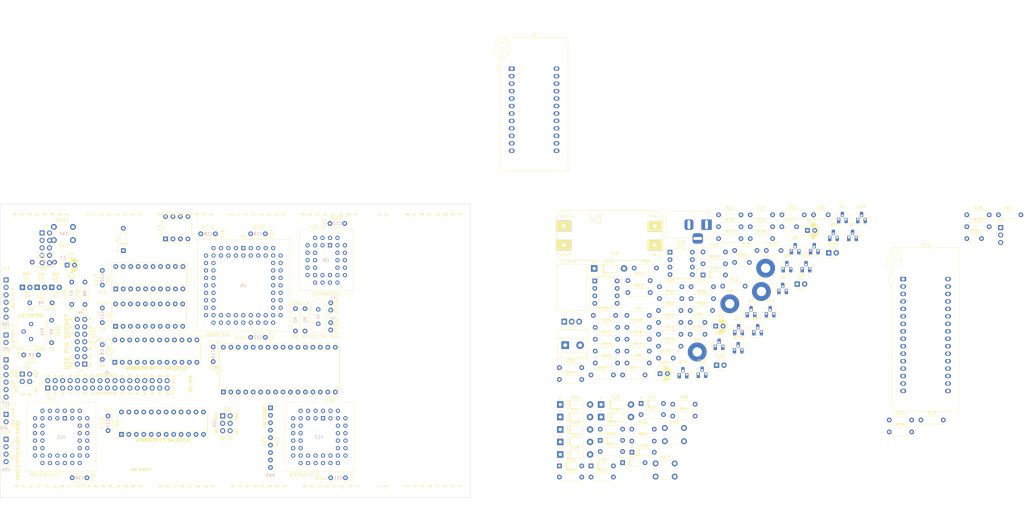
<source format=kicad_pcb>
(kicad_pcb (version 20211014) (generator pcbnew)
  (layers (0 "F.Cu" signal) (31 "B.Cu" signal) (34 "B.Paste" user) (35 "F.Paste" user) (36 "B.SilkS" user "B.Silkscreen") (37 "F.SilkS" user "F.Silkscreen") (38 "B.Mask" user) (39 "F.Mask" user) (44 "Edge.Cuts" user))
  (net 0 "")
  (net 1 "GND")
  (net 2 "Net-(C3-Pad1)")
  (net 3 "VCC")
  (net 4 "RESET")
  (net 5 "LCD-ADJ")
  (net 6 "TX-LED")
  (net 7 "Net-(D2-Pad2)")
  (net 8 "RX-LED")
  (net 9 "Net-(D3-Pad2)")
  (net 10 "/MCU_SAB80C535/XTAL1")
  (net 11 "/Power/9VDC")
  (net 12 "VIN")
  (net 13 "zVCC")
  (net 14 "VPP-OUT")
  (net 15 "VCC-OUT")
  (net 16 "zOE")
  (net 17 "Net-(U5-Pad7)")
  (net 18 "Net-(D13-Pad1)")
  (net 19 "Net-(D14-Pad1)")
  (net 20 "zA11")
  (net 21 "Net-(D15-Pad2)")
  (net 22 "zA19")
  (net 23 "Net-(D17-Pad2)")
  (net 24 "Net-(D18-Pad1)")
  (net 25 "zA17")
  (net 26 "Net-(D19-Pad2)")
  (net 27 "Net-(D20-Pad1)")
  (net 28 "Net-(D21-Pad1)")
  (net 29 "Net-(D22-Pad2)")
  (net 30 "Net-(D23-Pad2)")
  (net 31 "Net-(D24-Pad2)")
  (net 32 "Net-(D25-Pad1)")
  (net 33 "D7")
  (net 34 "D6")
  (net 35 "D5")
  (net 36 "D4")
  (net 37 "D3")
  (net 38 "D2")
  (net 39 "D1")
  (net 40 "D0")
  (net 42 "A0")
  (net 43 "A1")
  (net 44 "A5")
  (net 45 "A2")
  (net 46 "A3")
  (net 47 "A6")
  (net 48 "A7")
  (net 49 "A4")
  (net 50 "A8")
  (net 51 "A12")
  (net 52 "A10")
  (net 53 "A13")
  (net 54 "A9")
  (net 55 "~{CS-P2}")
  (net 56 "~{CS-P3}")
  (net 57 "~{CS-P1}")
  (net 58 "~{CS-P0}")
  (net 59 "~{WR}")
  (net 60 "A11")
  (net 61 "A14")
  (net 62 "A15")
  (net 63 "~{OE}")
  (net 64 "Net-(D26-Pad2)")
  (net 65 "zA13")
  (net 66 "Net-(D27-Pad2)")
  (net 67 "zA15")
  (net 68 "Net-(D28-Pad2)")
  (net 69 "Net-(D29-Pad2)")
  (net 70 "P4.6")
  (net 71 "P4.7")
  (net 72 "Net-(D30-Pad1)")
  (net 73 "zSPARE1")
  (net 74 "zSPARE0")
  (net 75 "zA0")
  (net 76 "zA1")
  (net 77 "zA2")
  (net 78 "zA3")
  (net 79 "zA4")
  (net 80 "zA5")
  (net 81 "zA6")
  (net 82 "zA7")
  (net 83 "zA8")
  (net 84 "zA9")
  (net 85 "zA10")
  (net 86 "zGND")
  (net 87 "zA12")
  (net 88 "zA14")
  (net 89 "zA16")
  (net 90 "zA18")
  (net 91 "GND32")
  (net 92 "Net-(Q1-Pad2)")
  (net 93 "Net-(Q1-Pad3)")
  (net 94 "Net-(Q2-Pad2)")
  (net 95 "Net-(Q3-Pad2)")
  (net 96 "Net-(Q4-Pad2)")
  (net 97 "Net-(Q4-Pad3)")
  (net 98 "Net-(Q5-Pad2)")
  (net 99 "Net-(Q5-Pad3)")
  (net 100 "Net-(Q6-Pad2)")
  (net 101 "Net-(Q7-Pad2)")
  (net 102 "Net-(Q8-Pad2)")
  (net 103 "Net-(Q8-Pad3)")
  (net 104 "Net-(Q9-Pad2)")
  (net 105 "Net-(Q9-Pad3)")
  (net 106 "Net-(Q10-Pad2)")
  (net 107 "Net-(Q11-Pad2)")
  (net 108 "Net-(Q12-Pad2)")
  (net 109 "Net-(Q12-Pad3)")
  (net 110 "Net-(Q13-Pad2)")
  (net 111 "Net-(Q13-Pad3)")
  (net 112 "Net-(Q14-Pad2)")
  (net 113 "Net-(Q15-Pad2)")
  (net 114 "/MCU_SAB80C535/XTAL2")
  (net 115 "VPP-2716")
  (net 116 "RD-2716")
  (net 117 "VCC-DIP24")
  (net 118 "VPP-2732")
  (net 119 "VCC-DIP28")
  (net 120 "VPP-DIP28")
  (net 121 "VCC-DIP32")
  (net 122 "VPP-DIP32")
  (net 123 "Net-(R42-Pad1)")
  (net 124 "Net-(R43-Pad1)")
  (net 125 "Net-(R44-Pad2)")
  (net 126 "Net-(R45-Pad2)")
  (net 127 "VPP-ADC")
  (net 128 "~{INT0}")
  (net 129 "~{INT1}")
  (net 130 "T1")
  (net 132 "Net-(J16-Pad3)")
  (net 133 "RxD-0")
  (net 134 "TxD-0")
  (net 137 "Net-(J17-Pad3)")
  (net 138 "RxD-1")
  (net 139 "TxD-1")
  (net 141 "Net-(R3-Pad2)")
  (net 142 "~{PE}")
  (net 143 "B15")
  (net 144 "B16")
  (net 145 "RxD")
  (net 146 "TxD")
  (net 148 "~{RD}")
  (net 149 "~{PSEN}")
  (net 151 "B17")
  (net 152 "T0")
  (net 153 "~{CS-LCD}")
  (net 154 "B18")
  (net 156 "ALE")
  (net 157 "Net-(D4-Pad2)")
  (net 158 "~{CS-PPI1}")
  (net 159 "~{CS-PPI0}")
  (net 168 "VCC-ADC")
  (net 169 "VIN-ADC")
  (net 170 "~{EA}")
  (net 172 "~{RESET}")
  (net 173 "~{CS-LATCH}")
  (net 174 "C15")
  (net 175 "C16")
  (net 176 "C17")
  (net 177 "C18")
  (net 179 "E")
  (net 182 "INPUT0")
  (net 183 "INPUT1")
  (net 184 "~{INC}")
  (net 185 "U{slash}~{D}")
  (net 186 "Net-(U17-Pad3)")
  (net 187 "~{CS-DP0}")
  (net 188 "Net-(U17-Pad5)")
  (net 189 "~{CS-DP1}")
  (net 190 "zCE")
  (net 192 "zD7")
  (net 193 "zD6")
  (net 194 "zD5")
  (net 195 "zD4")
  (net 196 "zD3")
  (net 197 "zD2")
  (net 198 "zD1")
  (net 199 "zD0")
  (net 200 "/MCU_SAB80C535/CS-LCD-WR")
  (net 201 "VOUT")
  (net 202 "LCD-PWR1")
  (net 203 "LCD-PWR2")
  (net 204 "~{CS-RAM}")
  (footprint "Resistor_THT:R_Axial_DIN0207_L6.3mm_D2.5mm_P7.62mm_Horizontal" (layer "F.Cu") (at 305.3 61.9)
    (fp_text reference "R36")
    (fp_text value "22K")
  )
  (footprint "Package_TO_SOT_THT:TO-92_HandSolder" (layer "F.Cu") (at 299.93 99.67)
    (fp_text reference "U19")
    (fp_text value "LM317L_TO92")
  )
  (footprint "Capacitor_THT:C_Disc_D3.4mm_W2.1mm_P2.50mm" (layer "F.Cu") (at 162.5 90.5 -90)
    (fp_text reference "C3")
    (fp_text value "22pF")
  )
  (footprint "Resistor_THT:R_Axial_DIN0207_L6.3mm_D2.5mm_P7.62mm_Horizontal" (layer "F.Cu") (at 352.63 123.65)
    (fp_text reference "R30")
    (fp_text value "4700")
  )
  (footprint "Connector_PinHeader_2.54mm:PinHeader_1x06_P2.54mm_Vertical" (layer "F.Cu") (at 52 75.96)
    (fp_text reference "J16")
    (fp_text value "MAIN SER")
  )
  (footprint "Diode_THT:D_DO-35_SOD27_P7.62mm_Horizontal" (layer "F.Cu") (at 268.15 118.02)
    (fp_text reference "D17")
    (fp_text value "1N4148")
  )
  (footprint "Socket:DIP_Socket-32_W11.9_W12.7_W15.24_W17.78_W18.5_3M_232-1285-00-0602J" (layer "F.Cu") (at 357.365 75.66)
    (fp_text reference "U15")
    (fp_text value "27C080")
  )
  (footprint "Resistor_THT:R_Axial_DIN0207_L6.3mm_D2.5mm_P7.62mm_Horizontal" (layer "F.Cu") (at 285.17 78.28)
    (fp_text reference "R14")
    (fp_text value "4700")
  )
  (footprint "Package_LCC:PLCC-44_THT-Socket" (layer "F.Cu") (at 72 123.045)
    (fp_text reference "U11")
    (fp_text value "82C55A_PLCC")
  )
  (footprint "Diode_THT:D_DO-35_SOD27_P7.62mm_Horizontal" (layer "F.Cu") (at 254.24 130.57)
    (fp_text reference "D28")
    (fp_text value "1N4148")
  )
  (footprint "Capacitor_THT:CP_Radial_D5.0mm_P2.50mm" (layer "F.Cu") (at 324.759775 59.1)
    (fp_text reference "C23")
    (fp_text value "10uF")
  )
  (footprint "Resistor_THT:R_Axial_DIN0207_L6.3mm_D2.5mm_P7.62mm_Horizontal" (layer "F.Cu") (at 240.33 143.07)
    (fp_text reference "R55")
    (fp_text value "2200")
  )
  (footprint "Capacitor_THT:C_Disc_D5.0mm_W2.5mm_P5.00mm" (layer "F.Cu") (at 86.725 122.25 -90)
    (fp_text reference "C17")
    (fp_text value "0.1uF")
  )
  (footprint "Connector_PinHeader_2.54mm:PinHeader_1x03_P2.54mm_Vertical" (layer "F.Cu") (at 390.55 58.15)
    (fp_text reference "J53")
    (fp_text value "GND32")
  )
  (footprint "LED_THT:LED_D3.0mm" (layer "F.Cu") (at 332.04 66.77)
    (fp_text reference "D23")
    (fp_text value "LED")
  )
  (footprint "Resistor_THT:R_Axial_DIN0207_L6.3mm_D2.5mm_P7.62mm_Horizontal" (layer "F.Cu") (at 285.17 82.33)
    (fp_text reference "R50")
    (fp_text value "10K")
  )
  (footprint "LED_THT:LED_D3.0mm" (layer "F.Cu") (at 62.56 78.5)
    (fp_text reference "D2")
    (fp_text value "LED")
  )
  (footprint "Resistor_THT:R_Axial_DIN0207_L6.3mm_D2.5mm_P7.62mm_Horizontal" (layer "F.Cu") (at 263.32 104.25)
    (fp_text reference "R5")
    (fp_text value "4700")
  )
  (footprint "Diode_THT:D_DO-41_SOD81_P10.16mm_Horizontal" (layer "F.Cu") (at 240.63 118.37)
    (fp_text reference "D25")
    (fp_text value "1N4728A")
  )
  (footprint "Resistor_THT:R_Axial_DIN0207_L6.3mm_D2.5mm_P7.62mm_Horizontal" (layer "F.Cu") (at 300 65.95)
    (fp_text reference "R48")
    (fp_text value "22K")
  )
  (footprint "Diode_THT:D_DO-41_SOD81_P10.16mm_Horizontal" (layer "F.Cu") (at 240.63 131.12)
    (fp_text reference "D14")
    (fp_text value "1N4728A")
  )
  (footprint "Capacitor_THT:C_Disc_D5.0mm_W2.5mm_P5.00mm" (layer "F.Cu") (at 284.86 94.48)
    (fp_text reference "C26")
    (fp_text value "0.1uF")
  )
  (footprint "Resistor_THT:R_Axial_DIN0207_L6.3mm_D2.5mm_P7.62mm_Horizontal" (layer "F.Cu") (at 67.5 97.31 90)
    (fp_text reference "R3")
    (fp_text value "3300")
  )
  (footprint "Resistor_THT:R_Axial_DIN0207_L6.3mm_D2.5mm_P7.62mm_Horizontal" (layer "F.Cu") (at 295.94 78.08)
    (fp_text reference "R13")
    (fp_text value "4700")
  )
  (footprint "Capacitor_THT:C_Disc_D5.0mm_W2.5mm_P5.00mm" (layer "F.Cu") (at 326.84 53.8)
    (fp_text reference "C25")
    (fp_text value "0.1uF")
  )
  (footprint "LED_THT:LED_D3.0mm" (layer "F.Cu") (at 67.56 78.5)
    (fp_text reference "D3")
    (fp_text value "LED")
  )
  (footprint "Resistor_THT:R_Axial_DIN0207_L6.3mm_D2.5mm_P7.62mm_Horizontal" (layer "F.Cu") (at 289.23 66.43)
    (fp_text reference "R43")
    (fp_text value "100K")
  )
  (footprint "Resistor_THT:R_Axial_DIN0207_L6.3mm_D2.5mm_P7.62mm_Horizontal" (layer "F.Cu") (at 254.24 126.77)
    (fp_text reference "R59")
    (fp_text value "10K")
  )
  (footprint "Package_TO_SOT_THT:TO-92_HandSolder" (layer "F.Cu") (at 341.91 55.35)
    (fp_text reference "U20")
    (fp_text value "LM317L_TO92")
  )
  (footprint "Resistor_THT:R_Axial_DIN0207_L6.3mm_D2.5mm_P7.62mm_Horizontal" (layer "F.Cu") (at 74.35 76.69 -90)
    (fp_text reference "R7")
    (fp_text value "220")
  )
  (footprint "Package_TO_SOT_THT:TO-92_HandSolder" (layer "F.Cu") (at 338.86 61.46)
    (fp_text reference "Q1")
    (fp_text value "2N3904")
  )
  (footprint "Diode_THT:D_DO-41_SOD81_P10.16mm_Horizontal" (layer "F.Cu") (at 254.54 118.37)
    (fp_text reference "D20")
    (fp_text value "1N4728A")
  )
  (footprint "Package_TO_SOT_THT:TO-92_HandSolder" (layer "F.Cu") (at 293.42 98.53)
    (fp_text reference "Q13")
    (fp_text value "2N3904")
  )
  (footprint "Button_Switch_THT:SW_PUSH_6mm" (layer "F.Cu") (at 273.09 138.42)
    (fp_text reference "SW3")
    (fp_text value "INPUT1")
  )
  (footprint "Resistor_THT:R_Axial_DIN0207_L6.3mm_D2.5mm_P7.62mm_Horizontal" (layer "F.Cu") (at 274.09 90.43)
    (fp_text reference "R51")
    (fp_text value "8200")
  )
  (footprint "Capacitor_THT:C_Disc_D5.0mm_W2.5mm_P5.00mm" (layer "F.Cu") (at 135.25 95.5)
    (fp_text reference "C12")
    (fp_text value "0.1uF")
  )
  (footprint "Resistor_THT:R_Axial_DIN0207_L6.3mm_D2.5mm_P7.62mm_Horizontal" (layer "F.Cu") (at 278.92 122.32)
    (fp_text reference "R54")
    (fp_text value "2200")
  )
  (footprint "Resistor_THT:R_Axial_DIN0207_L6.3mm_D2.5mm_P7.62mm_Horizontal" (layer "F.Cu") (at 60.04 83.75)
    (fp_text reference "R6")
    (fp_text value "470")
  )
  (footprint "Resistor_THT:R_Axial_DIN0207_L6.3mm_D2.5mm_P7.62mm_Horizontal" (layer "F.Cu") (at 265.01 126.77)
    (fp_text reference "R56")
    (fp_text value "2200")
  )
  (footprint "Package_DIP:DIP-20_W7.62mm_Socket" (layer "F.Cu") (at 89.325 79.03 90)
    (fp_text reference "U7")
    (fp_text value "74LS373")
  )
  (footprint "Resistor_THT:R_Axial_DIN0207_L6.3mm_D2.5mm_P7.62mm_Horizontal" (layer "F.Cu") (at 78.85 76.69 -90)
    (fp_text reference "R8")
    (fp_text value "220")
  )
  (footprint "Resistor_THT:R_Axial_DIN0207_L6.3mm_D2.5mm_P7.62mm_Horizontal" (layer "F.Cu") (at 263.32 100.2)
    (fp_text reference "R41")
    (fp_text value "470")
  )
  (footprint "Resistor_THT:R_Axial_DIN0207_L6.3mm_D2.5mm_P7.62mm_Horizontal" (layer "F.Cu") (at 263.32 92.1)
    (fp_text reference "R49")
    (fp_text value "2200")
  )
  (footprint "Resistor_THT:R_Axial_DIN0207_L6.3mm_D2.5mm_P7.62mm_Horizontal" (layer "F.Cu") (at 251.88 88.05)
    (fp_text reference "R35")
    (fp_text value "22K")
  )
  (footprint "Package_DIP:DIP-8_W7.62mm_Socket" (layer "F.Cu") (at 106.25 62 90)
    (fp_text reference "U4")
    (fp_text value "X9C103PZ")
  )
  (footprint "Button_Switch_THT:SW_PUSH_6mm" (layer "F.Cu") (at 276.23 126.37)
    (fp_text reference "SW2")
    (fp_text value "INPUT0")
  )
  (footprint "Capacitor_THT:C_Disc_D5.0mm_W2.5mm_P5.00mm" (layer "F.Cu") (at 162.25 56.75)
    (fp_text reference "C13")
    (fp_text value "0.1uF")
  )
  (footprint "Resistor_THT:R_Axial_DIN0207_L6.3mm_D2.5mm_P7.62mm_Horizontal" (layer "F.Cu") (at 289.23 70.48)
    (fp_text reference "R16")
    (fp_text value "10K")
  )
  (footprint "Package_DIP:DIP-20_W7.62mm_Socket" (layer "F.Cu") (at 89.25 91.75 90)
    (fp_text reference "U1")
    (fp_text value "74LS273")
  )
  (footprint "Resistor_THT:R_Axial_DIN0207_L6.3mm_D2.5mm_P7.62mm_Horizontal" (layer "F.Cu") (at 284.86 86.38)
    (fp_text reference "R53")
    (fp_text value "10K")
  )
  (footprint "Package_TO_SOT_THT:TO-92_HandSolder" (layer "F.Cu") (at 315.07 79.5)
    (fp_text reference "Q6")
    (fp_text value "2N3906")
  )
  (footprint "misc_footprints:MT3608_module" (layer "F.Cu") (at 258.83 60.85)
    (fp_text reference "U18")
    (fp_text value "MT3608_module")
  )
  (footprint "Capacitor_THT:C_Disc_D5.0mm_W2.5mm_P5.00mm" (layer "F.Cu") (at 274.09 102.58)
    (fp_text reference "C24")
    (fp_text value "0.1uF")
  )
  (footprint "Resistor_THT:R_Axial_DIN0207_L6.3mm_D2.5mm_P7.62mm_Horizontal" (layer "F.Cu") (at 274.09 94.48)
    (fp_text reference "R17")
    (fp_text value "22K")
  )
  (footprint "Diode_THT:D_DO-41_SOD81_P10.16mm_Horizontal" (layer "F.Cu") (at 252.18 72.05)
    (fp_text reference "D16")
    (fp_text value "1N5819")
  )
  (footprint "Resistor_THT:R_Axial_DIN0207_L6.3mm_D2.5mm_P7.62mm_Horizontal" (layer "F.Cu") (at 150.5 85.75 -90)
    (fp_text reference "R2")
    (fp_text value "1000")
  )
  (footprint "Connector_PinHeader_2.54mm:PinHeader_1x06_P2.54mm_Vertical" (layer "F.Cu") (at 52 103.15)
    (fp_text reference "J17")
    (fp_text value "AUX SER")
  )
  (footprint "Diode_THT:D_DO-41_SOD81_P10.16mm_Horizontal" (layer "F.Cu") (at 240.63 126.87)
    (fp_text reference "D13")
    (fp_text value "1N4728A")
  )
  (footprint "Package_TO_SOT_THT:TO-92_HandSolder" (layer "F.Cu") (at 304.3 87.45)
    (fp_text reference "Q4")
    (fp_text value "2N3904")
  )
  (footprint "Package_TO_SOT_THT:TO-92_HandSolder" (layer "F.Cu") (at 316.51 72.06)
    (fp_text reference "Q8")
    (fp_text value "2N3904")
  )
  (footprint "Package_TO_SOT_THT:TO-92_HandSolder" (layer "F.Cu") (at 310.81 87.45)
    (fp_text reference "Q11")
    (fp_text value "2N3906")
  )
  (footprint "Resistor_THT:R_Axial_DIN0207_L6.3mm_D2.5mm_P7.62mm_Horizontal" (layer "F.Cu") (at 294.53 61.9)
    (fp_text reference "R42")
    (fp_text value "10K")
  )
  (footprint "TerminalBlock_Phoenix:TerminalBlock_Phoenix_MKDS-1,5-2-5.08_1x02_P5.08mm_Horizontal" (layer "F.Cu") (at 242.32 98.17)
    (fp_text reference "J51")
    (fp_text value "9VDC")
  )
  (footprint "Resistor_THT:R_Axial_DIN0207_L6.3mm_D2.5mm_P7.62mm_Horizontal" (layer "F.Cu") (at 268.15 121.82)
    (fp_text reference "R57")
    (fp_text value "2200")
  )
  (footprint "Resistor_THT:R_Array_SIP9" (layer "F.Cu") (at 142 119.5 -90)
    (fp_text reference "RN3")
    (fp_text value "10K")
  )
  (footprint "Capacitor_THT:CP_Radial_D5.0mm_P2.50mm" (layer "F.Cu") (at 274.629775 107.88)
    (fp_text reference "C22")
    (fp_text value "10uF")
  )
  (footprint "Capacitor_THT:C_Disc_D5.0mm_W2.5mm_P5.00mm" (layer "F.Cu") (at 284.86 90.43)
    (fp_text reference "C29")
    (fp_text value "0.1uF")
  )
  (footprint "Connector_PinHeader_2.54mm:PinHeader_2x07_P2.54mm_Vertical" (layer "F.Cu") (at 78.775 104.625 180)
    (fp_text reference "J4")
    (fp_text value "LCD PORT")
  )
  (footprint "Package_DIP:DIP-8_W7.62mm_Socket" (layer "F.Cu") (at 252.38 76.3)
    (fp_text reference "U3")
    (fp_text value "X9C103PZ")
  )
  (footprint "Connector_PinHeader_2.54mm:PinHeader_2x05_P2.54mm_Vertical" (layer "F.Cu") (at 64.25 59.9625)
    (fp_text reference "J1")
    (fp_text value "GPIO BUS")
  )
  (footprint "Capacitor_THT:C_Disc_D5.0mm_W2.5mm_P5.00mm" (layer "F.Cu") (at 79.5 143.295 180)
    (fp_text reference "C16")
    (fp_text value "0.1uF")
  )
  (footprint "Button_Switch_THT:SW_PUSH_6mm" (layer "F.Cu") (at 74.75 62.42 180)
    (fp_text reference "SW1")
    (fp_text value "RESET")
  )
  (footprint "Package_TO_SOT_THT:TO-92_HandSolder" (layer "F.Cu") (at 300.05 93.56)
    (fp_text reference "Q12")
    (fp_text value "2N3904")
  )
  (footprint "Resistor_THT:R_Axial_DIN0207_L6.3mm_D2.5mm_P7.62mm_Horizontal" (layer "F.Cu") (at 252.55 104.25)
    (fp_text reference "R52")
    (fp_text value "10K")
  )
  (footprint "Package_TO_SOT_THT:TO-92_HandSolder" (layer "F.Cu") (at 287.64 108.03)
    (fp_text reference "Q10")
    (fp_text value "2N3906")
  )
  (footprint "MountingHole:MountingHole_3.2mm_M3_Pad" (layer "F.Cu") (at 309.11 79.9)
    (fp_text reference "H3")
    (fp_text value "MountingHole_Pad")
  )
  (footprint "Capacitor_THT:C_Disc_D5.0mm_W2.5mm_P5.00mm" (layer "F.Cu") (at 167.5 143.295 180)
    (fp_text reference "C11")
    (fp_text value "0.1uF")
  )
  (footprint "Resistor_THT:R_Axial_DIN0207_L6.3mm_D2.5mm_P7.62mm_Horizontal" (layer "F.Cu") (at 251.1 143.07)
    (fp_text reference "R12")
    (fp_text value "2200")
  )
  (footprint "Diode_THT:D_DO-35_SOD27_P7.62mm_Horizontal" (layer "F.Cu") (at 265.01 134.62)
    (fp_text reference "D19")
    (fp_text value "1N4148")
  )
  (footprint "Package_LCC:PLCC-68_THT-Socket" (layer "F.Cu") (at 132.75 65.11)
    (fp_text reference "U5")
    (fp_text value "SAB80C535")
  )
  (footprint "Potentiometer_THT:Potentiometer_Bourns_3386P_Vertical" (layer "F.Cu") (at 60.5 91 180)
    (fp_text reference "RV1")
    (fp_text value "2000")
  )
  (footprint "Capacitor_THT:CP_Radial_D5.0mm_P2.50mm" (layer "F.Cu") (at 293.549775 91.68)
    (fp_text reference "C21")
    (fp_text value "10uF")
  )
  (footprint "Capacitor_THT:C_Disc_D5.0mm_W2.5mm_P5.00mm" (layer "F.Cu") (at 379.03 61.9)
    (fp_text reference "C28")
    (fp_text value "0.1uF")
  )
  (footprint "MountingHole:MountingHole_3.2mm_M3_Pad" (layer "F.Cu") (at 287.26 100.48)
    (fp_text reference "H1")
    (fp_text value "MountingHole_Pad")
  )
  (footprint "Resistor_THT:R_Axial_DIN0207_L6.3mm_D2.5mm_P7.62mm_Horizontal" (layer "F.Cu") (at 263.32 88.05)
    (fp_text reference "R9")
    (fp_text value "4700")
  )
  (footprint "Capacitor_THT:CP_Radial_D5.0mm_P2.50mm" (layer "F.Cu") (at 72.7949 70.92)
    (fp_text reference "C7")
    (fp_text value "10uF")
  )
  (footprint "Diode_THT:D_DO-35_SOD27_P7.62mm_Horizontal" (layer "F.Cu") (at 261.87 138.17)
    (fp_text reference "D27")
    (fp_text value "1N4148")
  )
  (footprint "Capacitor_THT:C_Disc_D5.0mm_W2.5mm_P5.00mm" (layer "F.Cu") (at 58 101.5)
    (fp_text reference "C8")
    (fp_text value "0.1uF")
  )
  (footprint "Package_LCC:PLCC-32_THT-Socket" (layer "F.Cu") (at 162.25 64.17)
    (fp_text reference "U9")
    (fp_text value "SST39SF040")
  )
  (footprint "Resistor_THT:R_Axial_DIN0207_L6.3mm_D2.5mm_P7.62mm_Horizontal" (layer "F.Cu") (at 352.63 127.7)
    (fp_text reference "R26")
    (fp_text value "4700")
  )
  (footprint "Capacitor_THT:C_Disc_D5.0mm_W2.5mm_P5.00mm" (layer "F.Cu") (at 84.75 98 -90)
    (fp_text reference "C9")
    (fp_text value "0.1uF")
  )
  (footprint "Capacitor_THT:C_Disc_D5.0mm_W2.5mm_P5.00mm" (layer "F.Cu") (at 300 70)
    (fp_text reference "C20")
    (fp_text value "0.1uF")
  )
  (footprint "Package_TO_SOT_THT:TO-92_HandSolder" (layer "F.Cu") (at 281.13 108.18)
    (fp_text reference "Q14")
    (fp_text value "2N3906")
  )
  (footprint "MountingHole:MountingHole_3.2mm_M3_Pad" (layer "F.Cu") (at 310.55 71.95)
    (fp_text reference "H4")
    (fp_text value "MountingHole_Pad")
  )
  (footprint "Package_TO_SOT_THT:TO-92_HandSolder" (layer "F.Cu") (at 335.4 55.35)
    (fp_text reference "Q2")
    (fp_text value "2N3906")
  )
  (footprint "Package_TO_SOT_THT:TO-92_HandSolder" (layer "F.Cu") (at 323.02 72.06)
    (fp_text reference "Q3")
    (fp_text value "2N3906")
  )
  (footprint "Connector_PinHeader_2.54mm:PinHeader_2x03_P2.54mm_Vertical" (layer "F.Cu") (at 125.725 122.225)
    (fp_text reference "J20")
    (fp_text value "~{PE} ~{EA}")
  )
  (footprint "Resistor_THT:R_Axial_DIN0207_L6.3mm_D2.5mm_P7.62mm_Horizontal" (layer "F.Cu") (at 274.09 86.38)
    (fp_text reference "R32")
    (fp_text value "4700")
  )
  (footprint "Diode_THT:D_DO-41_SOD81_P10.16mm_Horizontal" (layer "F.Cu") (at 240.63 122.62)
    (fp_text reference "D21")
    (fp_text value "1N4728A")
  )
  (footprint "Capacitor_THT:C_Disc_D5.0mm_W2.5mm_P5.00mm" (layer "F.Cu") (at 310.77 65.95)
    (fp_text reference "C30")
    (fp_text value "0.1uF")
  )
  (footprint "Resistor_THT:R_Axial_DIN0207_L6.3mm_D2.5mm_P7.62mm_Horizontal" (layer "F.Cu") (at 240.33 105.82)
    (fp_text reference "R38")
    (fp_text value "4700")
  )
  (footprint "Package_LCC:PLCC-44_THT-Socket" (layer "F.Cu") (at 159.88 123.045)
    (fp_text reference "U12")
    (fp_text value "82C55A_PLCC")
  )
  (footprint "Resistor_THT:R_Axial_DIN0207_L6.3mm_D2.5mm_P7.62mm_Horizontal" (layer "F.Cu") (at 379.03 57.85)
    (fp_text reference "R25")
    (fp_text value "4700")
  )
  (footprint "Diode_THT:D_DO-35_SOD27_P7.62mm_Horizontal" (layer "F.Cu") (at 240.33 139.27)
    (fp_text reference "D29")
    (fp_text value "1N4148")
  )
  (footprint "Resistor_THT:R_Axial_DIN0207_L6.3mm_D2.5mm_P7.62mm_Horizontal" (layer "F.Cu") (at 252.55 96.15)
    (fp_text reference "R22")
    (fp_text value "10K")
  )
  (footprint "Package_DIP:DIP-8_W7.62mm_Socket" (layer "F.Cu") (at 277.98 66.53)
    (fp_text reference "U17")
    (fp_text value "LM358")
  )
  (footprint "MountingHole:MountingHole_3.2mm_M3_Pad" (layer "F.Cu") (at 298.34 84.08)
    (fp_text reference "H2")
    (fp_text value "MountingHole_Pad")
  )
  (footprint "Resistor_THT:R_Axial_DIN0207_L6.3mm_D2.5mm_P7.62mm_Horizontal" (layer "F.Cu") (at 294.53 53.8)
    (fp_text reference "R15")
    (fp_text value "10K")
  )
  (footprint "Connector_BarrelJack:BarrelJack_Horizontal" (layer "F.Cu") (at 290.43 57.135)
    (fp_text reference "J45")
    (fp_text value "Barrel_Jack_MountingPin")
  )
  (footprint "Package_DIP:DIP-24_W7.62mm_Socket" (layer "F.Cu") (at 89 104 90)
    (fp_text reference "U13")
    (fp_text value "GAL22V10")
  )
  (footprint "Capacitor_THT:C_Disc_D5.0mm_W2.5mm_P5.00mm" (layer "F.Cu") (at 135.25 60.25)
    (fp_text reference "C19")
    (fp_text value "0.1uF")
  )
  (footprint "Resistor_THT:R_Axial_DIN0207_L6.3mm_D2.5mm_P7.62mm_Horizontal" (layer "F.Cu") (at 251.1 108.3)
    (fp_text reference "R33")
    (fp_text value "10K")
  )
  (footprint "Crystal:Crystal_HC49-4H_Vertical" (layer "F.Cu") (at 158.25 86 -90)
    (fp_text reference "Y1")
    (fp_text value "22.1184 MHz")
  )
  (footprint "Diode_THT:D_DO-35_SOD27_P7.62mm_Horizontal" (layer "F.Cu") (at 251.1 139.27)
    (fp_text reference "D26")
    (fp_text value "1N4148")
  )
  (footprint "Resistor_THT:R_Axial_DIN0207_L6.3mm_D2.5mm_P7.62mm_Horizontal" (layer "F.Cu") (at 379.03 53.8)
    (fp_text reference "R28")
    (fp_text value "4700")
  )
  (footprint "Resistor_THT:R_Axial_DIN0207_L6.3mm_D2.5mm_P7.62mm_Horizontal" (layer "F.Cu") (at 265.01 130.82)
    (fp_text reference "R60")
    (fp_text value "10K")
  )
  (footprint "LED_THT:LED_D3.0mm" (layer "F.Cu") (at 293.84 104.98)
    (fp_text reference "D22")
    (fp_text value "LED")
  )
  (footprint "Package_DIP:DIP-32_W15.24mm_Socket" (layer "F.Cu") (at 125.95 114.125 90)
    (fp_text reference "U10")
    (fp_text value "AS6C4008-55PCN")
  )
  (footprint "Resistor_THT:R_Axial_DIN0207_L6.3mm_D2.5mm_P7.62mm_Horizontal" (layer "F.Cu") (at 263.63 80.25)
    (fp_text reference "R21")
    (fp_text value "10K")
  )
  (footprint "Resistor_THT:R_Axial_DIN0207_L6.3mm_D2.5mm_P7.62mm_Horizontal" (layer "F.Cu") (at 252.55 100.2)
    (fp_text reference "R23")
    (fp_text value "22K")
  )
  (footprint "Connector_PinHeader_2.54mm:PinHeader_1x02_P2.54mm_Vertical" (layer "F.Cu") (at 52 121.725)
    (fp_text reference "JP2")
    (fp_text value "SER PWR 1")
  )
  (footprint "Capacitor_THT:C_Disc_D3.4mm_W2.1mm_P2.50mm" (layer "F.Cu") (at 162.5 86.25 90)
    (fp_text reference "C1")
    (fp_text value "22pF")
  )
  (footprint "Diode_THT:D_DO-35_SOD27_P7.62mm_Horizontal" (layer "F.Cu") (at 91.9 66 90)
    (fp_text reference "D1")
    (fp_text value "1N4148")
  )
  (footprint "Capacitor_THT:C_Disc_D5.0mm_W2.5mm_P5.00mm" (layer "F.Cu") (at 123.25 60.25 180)
    (fp_text reference "C18")
    (fp_text value "0.1uF")
  )
  (footprint "Package_TO_SOT_THT:TO-92_HandSolder" (layer "F.Cu") (at 306.56 93.56)
    (fp_text reference "Q15")
    (fp_text value "2N3906")
  )
  (footprint "Resistor_THT:R_Axial_DIN0207_L6.3mm_D2.5mm_P7.62mm_Horizontal" (layer "F.Cu") (at 252.55 92.1)
    (fp_text reference "R19")
    (fp_text value "4700")
  )
  (footprint "Resistor_THT:R_Axial_DIN0207_L6.3mm_D2.5mm_P7.62mm_Horizontal" (layer "F.Cu") (at 240.33 109.87)
    (fp_text reference "R46")
    (fp_text value "240")
  )
  (footprint "Resistor_THT:R_Axial_DIN0207_L6.3mm_D2.5mm_P7.62mm_Horizontal" (layer "F.Cu") (at 274.4 78.28)
    (fp_text reference "R20")
    (fp_text value "4700")
  )
  (footprint "Capacitor_THT:C_Disc_D5.0mm_W2.5mm_P5.00mm" (layer "F.Cu") (at 316.07 57.85)
    (fp_text reference "C27")
    (fp_text value "0.1uF")
  )
  (footprint "Resistor_THT:R_Axial_DIN0207_L6.3mm_D2.5mm_P7.62mm_Horizontal" (layer "F.Cu") (at 389.8 53.8)
    (fp_text reference "R27")
    (fp_text value "4700")
  )
  (footprint "Connector_PinHeader_2.54mm:PinHeader_1x04_P2.54mm_Vertical" (layer "F.Cu") (at 52 130.2)
    (fp_text reference "J15")
    (fp_text value "SS    FE")
  )
  (footprint "LED_THT:LED_D3.0mm" (layer "F.Cu") (at 321.27 77.37)
    (fp_text reference "D24")
    (fp_text value "LED")
  )
  (footprint "Connector_PinHeader_2.54mm:PinHeader_2x02_P2.54mm_Vertical" (layer "F.Cu") (at 57.5 108)
    (fp_text reference "J46")
    (fp_text value "LCD PWR")
  )
  (footprint "Capacitor_THT:C_Disc_D5.0mm_W2.5mm_P5.00mm" (layer "F.Cu") (at 84.75 72.73 -90)
    (fp_text reference "C10")
    (fp_text value "0.1uF")
  )
  (footprint "Capacitor_THT:C_Disc_D5.0mm_W2.5mm_P5.00mm" (layer "F.Cu") (at 122.5 98.75 -90)
    (fp_text reference "C15")
    (fp_text value "0.1uF")
  )
  (footprint "Capacitor_THT:C_Disc_D5.0mm_W2.5mm_P5.00mm" (layer "F.Cu") (at 84.75 85.5 -90)
    (fp_text reference "C14")
    (fp_text value "0.1uF")
  )
  (footprint "Package_DIP:DIP-24_W7.62mm_Socket" (layer "F.Cu") (at 91.25 128.55 90)
    (fp_text reference "U2")
    (fp_text value "GAL22V10")
  )
  (footprint "Resistor_THT:R_Axial_DIN0207_L6.3mm_D2.5mm_P7.62mm_Horizontal" (layer "F.Cu") (at 261.87 108.3)
    (fp_text reference "R47")
    (fp_text value "240")
  )
  (footprint "Resistor_THT:R_Axial_DIN0207_L6.3mm_D2.5mm_P7.62mm_Horizontal" (layer "F.Cu") (at 263.63 76.2)
    (fp_text reference "R44")
    (fp_text value "39K")
  )
  (footprint "Resistor_THT:R_Axial_DIN0207_L6.3mm_D2.5mm_P7.62mm_Horizontal" (layer "F.Cu") (at 278.92 118.27)
    (fp_text reference "R58")
    (fp_text value "2200")
  )
  (footprint "Resistor_THT:R_Axial_DIN0207_L6.3mm_D2.5mm_P7.62mm_Horizontal" (layer "F.Cu") (at 274.4 82.33)
    (fp_text reference "R37")
    (fp_text value "1000")
  )
  (footprint "Package_TO_SOT_THT:TO-92_HandSolder" (layer "F.Cu") (at 332.35 61.46)
    (fp_text reference "Q5")
    (fp_text value "2N3904")
  )
  (footprint "Resistor_THT:R_Axial_DIN0207_L6.3mm_D2.5mm_P7.62mm_Horizontal" (layer "F.Cu") (at 363.4 123.65)
    (fp_text reference "R29")
    (fp_text value "4700")
  )
  (footprint "Resistor_THT:R_Axial_DIN0207_L6.3mm_D2.5mm_P7.62mm_Horizontal" (layer "F.Cu") (at 305.3 57.85)
    (fp_text reference "R24")
    (fp_text value "22K")
  )
  (footprint "Resistor_THT:R_Axial_DIN0207_L6.3mm_D2.5mm_P7.62mm_Horizontal" (layer "F.Cu") (at 153.75 85.75 -90)
    (fp_text reference "R1")
    (fp_text value "1M")
  )
  (footprint "Diode_THT:D_DO-35_SOD27_P7.62mm_Horizontal" (layer "F.Cu") (at 289.23 74.28)
    (fp_text reference "D15")
    (fp_text value "1N4148")
  )
  (footprint "Connector_PinHeader_2.54mm:PinHeader_1x02_P2.54mm_Vertical" (layer "F.Cu") (at 52 94.725)
    (fp_text reference "JP1")
    (fp_text value "SER PWR 0")
  )
  (footprint "Resistor_THT:R_Axial_DIN0207_L6.3mm_D2.5mm_P7.62mm_Horizontal" (layer "F.Cu") (at 254.24 134.37)
    (fp_text reference "R61")
    (fp_text value "2200")
  )
  (footprint "Resistor_THT:R_Axial_DIN0207_L6.3mm_D2.5mm_P7.62mm_Horizontal" (layer "F.Cu") (at 305.3 53.8)
    (fp_text reference "R11")
    (fp_text value "22K")
  )
  (footprint "Diode_THT:D_DO-41_SOD81_P10.16mm_Horizontal" (layer "F.Cu") (at 240.63 135.37)
    (fp_text reference "D18")
    (fp_text value "1N4728A")
  )
  (footprint "Resistor_THT:R_Axial_DIN0207_L6.3mm_D2.5mm_P7.62mm_Horizontal" (layer "F.Cu") (at 274.09 98.53)
    (fp_text reference "R10")
    (fp_text value "10K")
  )
  (footprint "LED_THT:LED_D3.0mm" (layer "F.Cu") (at 57.56 78.5)
    (fp_text reference "D4")
    (fp_text value "LED")
  )
  (footprint "Resistor_THT:R_Axial_DIN0207_L6.3mm_D2.5mm_P7.62mm_Horizontal" (layer "F.Cu") (at 265.79 71.95)
    (fp_text reference "R45")
    (fp_text value "5600")
  )
  (footprint "Package_TO_SOT_THT:TO-92_HandSolder" (layer "F.Cu") (at 319.33 65.95)
    (fp_text reference "Q9")
    (fp_text value "2N3904")
  )
  (footprint "Socket:DIP_Socket-24_W11.9_W12.7_W15.24_W17.78_W18.5_3M_224-1275-00-0602J" (layer "F.Cu") (at 224.1075 4.06)
    (fp_text reference "J2")
    (fp_text value "TTL/CMOS TESTER")
  )
  (footprint "Resistor_THT:R_Axial_DIN0207_L6.3mm_D2.5mm_P7.62mm_Horizontal" (layer "F.Cu") (at 316.07 53.8)
    (fp_text reference "R31")
    (fp_text value "4700")
  )
  (footprint "Resistor_THT:R_Axial_DIN0207_L6.3mm_D2.5mm_P7.62mm_Horizontal" (layer "F.Cu") (at 294.53 57.85)
    (fp_text reference "R34")
    (fp_text value "10K")
  )
  (footprint "Package_TO_SOT_THT:TO-92_HandSolder" (layer "F.Cu") (at 325.84 65.95)
    (fp_text reference "Q7")
    (fp_text value "2N3906")
  )
  (footprint "Resistor_THT:R_Axial_DIN0207_L6.3mm_D2.5mm_P7.62mm_Horizontal" (layer "F.Cu") (at 263.32 96.15)
    (fp_text reference "R18")
    (fp_text value "22K")
  )
  (footprint "Diode_THT:D_DO-41_SOD81_P10.16mm_Horizontal" (layer "F.Cu") (at 254.54 122.62)
    (fp_text reference "D30")
    (fp_text value "1N4728A")
  )
  (footprint "Resistor_THT:R_Axial_DIN0207_L6.3mm_D2.5mm_P7.62mm_Horizontal" (layer "F.Cu") (at 68.5 69.92 180)
    (fp_text reference "R4")
    (fp_text value "10K")
  )
  (footprint "Package_TO_SOT_THT:TO-220-3_Horizontal_TabDown" (layer "F.Cu") (at 241.99 90.16)
    (fp_text reference "U14")
    (fp_text value "LM7805_TO220")
  )
  (footprint "Connector_PinHeader_2.54mm:PinHeader_2x17_P2.54mm_Vertical" (layer "F.Cu") (at 66.175 112.775 90)
    (fp_text reference "J5")
    (fp_text value "EXP BUS")
  )
  (gr_line (start 210 50) (end 50 50) (layer "Edge.Cuts") (width 0.1))
  (gr_line (start 50 150) (end 210 150) (layer "Edge.Cuts") (width 0.1))
  (gr_line (start 50 50) (end 50 150) (layer "Edge.Cuts") (width 0.1))
  (gr_line (start 210 50) (end 210 150) (layer "Edge.Cuts") (width 0.1))
  (gr_text "A1" (at 68.75 108.5) (layer "F.SilkS") (effects (font (size 0.5 0.5) (thickness 0.125))))
  (gr_text "GND" (at 123.5 122.225 90) (layer "F.SilkS") (effects (font (size 0.8 0.8) (thickness 0.2))))
  (gr_text "P63" (at 196 53.75) (layer "F.SilkS") (effects (font (size 0.5 0.5) (thickness 0.125))))
  (gr_text "P51" (at 155.5 53.75) (layer "F.SilkS") (effects (font (size 0.5 0.5) (thickness 0.125))))
  (gr_text "P46" (at 144 53.75) (layer "F.SilkS") (effects (font (size 0.5 0.5) (thickness 0.125))))
  (gr_text "PF1" (at 191.25 146.25) (layer "F.SilkS") (effects (font (size 0.5 0.5) (thickness 0.125))))
  (gr_text "GND" (at 181 146.25) (layer "F.SilkS") (effects (font (size 0.5 0.5) (thickness 0.125))))
  (gr_text "PE1" (at 156.125 146.25) (layer "F.SilkS") (effects (font (size 0.5 0.5) (thickness 0.125))))
  (gr_text "USE SOCKET" (at 140 122.5 90) (layer "F.SilkS") (effects (font (size 0.8 0.8) (thickness 0.2))))
  (gr_text "USE SOCKET" (at 98 140.5) (layer "F.SilkS") (effects (font (size 0.8 0.8) (thickness 0.2))))
  (gr_text "P20" (at 104 53.75) (layer "F.SilkS") (effects (font (size 0.5 0.5) (thickness 0.125))))
  (gr_text "PE0" (at 153.625 146.25) (layer "F.SilkS") (effects (font (size 0.5 0.5) (thickness 0.125))))
  (gr_text "PA2" (at 60.5 146.25) (layer "F.SilkS") (effects (font (size 0.5 0.5) (thickness 0.125))))
  (gr_text "P64" (at 199 53.75) (layer "F.SilkS") (effects (font (size 0.5 0.5) (thickness 0.125))))
  (gr_text "P26" (at 119.5 53.75) (layer "F.SilkS") (effects (font (size 0.5 0.5) (thickness 0.125))))
  (gr_text "A6" (at 73.75 114.75) (layer "F.SilkS") (effects (font (size 0.5 0.5) (thickness 0.125))))
  (gr_text "P47" (at 146.5 53.75) (layer "F.SilkS") (effects (font (size 0.5 0.5) (thickness 0.125))))
  (gr_text "PWR" (at 59 74) (layer "F.SilkS") (effects (font (size 0.8 0.8) (thickness 0.2))))
  (gr_text "P54" (at 163.5 53.75) (layer "F.SilkS") (effects (font (size 0.5 0.5) (thickness 0.125))))
  (gr_text "PE5" (at 166.125 146.25) (layer "F.SilkS") (effects (font (size 0.5 0.5) (thickness 0.125))))
  (gr_text "VCC" (at 130.5 127.5 90) (layer "F.SilkS") (effects (font (size 0.8 0.8) (thickness 0.2))))
  (gr_text "PB4" (at 90.25 146.25) (layer "F.SilkS") (effects (font (size 0.5 0.5) (thickness 0.125))))
  (gr_text "USE PIN SOCKET" (at 72.75 97 90) (layer "F.SilkS") (effects (font (size 1.5 1.5) (thickness 0.3))))
  (gr_text "~{OE}" (at 94.25 108.5) (layer "F.SilkS") (effects (font (size 0.5 0.5) (thickness 0.125))))
  (gr_text "P14" (at 90 53.75) (layer "F.SilkS") (effects (font (size 0.5 0.5) (thickness 0.125))))
  (gr_text "P17" (at 97.5 53.75) (layer "F.SilkS") (effects (font (size 0.5 0.5) (thickness 0.125))))
  (gr_text "GND" (at 107 114.75) (layer "F.SilkS") (effects (font (size 0.5 0.5) (thickness 0.125))))
  (gr_text "GND" (at 106.75 108.5) (layer "F.SilkS") (effects (font (size 0.5 0.5) (thickness 0.125))))
  (gr_text "PWR1" (at 80.75 104.625 90) (layer "F.SilkS") (effects (font (size 0.5 0.5) (thickness 0.125))))
  (gr_text "PA6" (at 71 146.25) (layer "F.SilkS") (effects (font (size 0.5 0.5) (thickness 0.125))))
  (gr_text "PC1" (at 107 146.25) (layer "F.SilkS") (effects (font (size 0.5 0.5) (thickness 0.125))))
  (gr_text "VCC" (at 179 53.75) (layer "F.SilkS") (effects (font (size 0.5 0.5) (thickness 0.125))))
  (gr_text "P65" (at 201.5 53.75) (layer "F.SilkS") (effects (font (size 0.5 0.5) (thickness 0.125))))
  (gr_text "E" (at 74.25 99.5 90) (layer "F.SilkS") (effects (font (size 0.5 0.5) (thickness 0.125))))
  (gr_text "PE6" (at 169.125 146.25) (layer "F.SilkS") (effects (font (size 0.5 0.5) (thickness 0.125))))
  (gr_text "PIN1" (at 60 115) (layer "F.SilkS") (effects (font (size 0.5 0.5) (thickness 0.125))))
  (gr_text "PF0" (at 188.5 146.25) (layer "F.SilkS") (effects (font (size 0.5 0.5) (thickness 0.125))))
  (gr_text "P00" (at 55 53.75) (layer "F.SilkS") (effects (font (size 0.5 0.5) (thickness 0.125))))
  (gr_text "P23" (at 111.5 53.75) (layer "F.SilkS") (effects (font (size 0.5 0.5) (thickness 0.125))))
  (gr_text "P15" (at 92.5 53.75) (layer "F.SilkS") (effects (font (size 0.5 0.5) (thickness 0.125))))
  (gr_text "P61" (at 191 53.75) (layer "F.SilkS") (effects (font (size 0.5 0.5) (thickness 0.125))))
  (gr_text "PE2" (at 158.625 146.25) (layer "F.SilkS") (effects (font (size 0.5 0.5) (thickness 0.125))))
  (gr_text "PA0" (at 55.5 146.25) (layer "F.SilkS") (effects (font (size 0.5 0.5) (thickness 0.125))))
  (gr_text "P53" (at 160.5 53.75) (layer "F.SilkS") (effects (font (size 0.5 0.5) (thickness 0.125))))
  (gr_text "PD5" (at 141.75 146.25) (layer "F.SilkS") (effects (font (size 0.5 0.5) (thickness 0.125))))
  (gr_text "GND" (at 62.25 108 90) (layer "F.SilkS") (effects (font (size 0.8 0.8) (thickness 0.2))))
  (gr_text "RxD" (at 69 74) (layer "F.SilkS") (effects (font (size 0.8 0.8) (thickness 0.2))))
  (gr_text "PA7" (at 73.5 146.25) (layer "F.SilkS") (effects (font (size 0.5 0.5) (thickness 0.125))))
  (gr_text "P01" (at 57.5 53.75) (layer "F.SilkS") (effects (font (size 0.5 0.5) (thickness 0.125))))
  (gr_text "P03" (at 62.5 53.75) (layer "F.SilkS") (effects (font (size 0.5 0.5) (thickness 0.125))))
  (gr_text "PC3" (at 112 146.25) (layer "F.SilkS") (effects (font (size 0.5 0.5) (thickness 0.125))))
  (gr_text "P50" (at 153 53.75) (layer "F.SilkS") (effects (font (size 0.5 0.5) (thickness 0.125))))
  (gr_text "A9" (at 81.5 108.5) (layer "F.SilkS") (effects (font (size 0.5 0.5) (thickness 0.125))))
  (gr_text "D1" (at 74.25 97 90) (layer "F.SilkS") (effects (font (size 0.5 0.5) (thickness 0.125))))
  (gr_text "PD0" (at 129 146.25) (layer "F.SilkS") (effects (font (size 0.5 0.5) (thickness 0.125))))
  (gr_text "PE7" (at 171.625 146.25) (layer "F.SilkS") (effects (font (size 0.5 0.5) (thickness 0.125))))
  (gr_text "PF7" (at 206.5 146.25) (layer "F.SilkS") (effects (font (size 0.5 0.5) (thickness 0.125))))
  (gr_text "PA4" (at 66 146.25) (layer "F.SilkS") (effects (font (size 0.5 0.5) (thickness 0.125))))
  (gr_text "PC5" (at 117.25 146.25) (layer "F.SilkS") (effects (font (size 0.5 0.5) (thickness 0.125))))
  (gr_text "D6" (at 96.75 114.75) (layer "F.SilkS") (effects (font (size 0.5 0.5) (thickness 0.125))))
  (gr_text "PB5" (at 92.75 146.25) (layer "F.SilkS") (effects (font (size 0.5 0.5) (thickness 0.125))))
  (gr_text "P05" (at 67.75 53.75) (layer "F.SilkS") (effects (font (size 0.5 0.5) (thickness 0.125))))
  (gr_text "GND" (at 181.5 53.75) (layer "F.SilkS") (effects (font (size 0.5 0.5) (thickness 0.125))))
  (gr_text "D4" (at 80.75 92 90) (layer "F.SilkS") (effects (font (size 0.5 0.5) (thickness 0.125))))
  (gr_text "P77" (at 206.5 53.75) (layer "F.SilkS") (effects (font (size 0.5 0.5) (thickness 0.125))))
  (gr_text "A10" (at 78.75 108.5) (layer "F.SilkS") (effects (font (size 0.5 0.5) (thickness 0.125))))
  (gr_text "D6" (at 80.75 89.25 90) (layer "F.SilkS") (effects (font (size 0.5 0.5) (thickness 0.125))))
  (gr_text "D0" (at 104.25 108.5) (layer "F.SilkS") (effects (font (size 0.5 0.5) (thickness 0.125))))
  (gr_text "~{CS-P3}" (at 83.75 108.5) (layer "F.SilkS") (effects (font (size 0.5 0.5) (thickness 0.125))))
  (gr_text "GND" (at 55.5 108 90) (layer "F.SilkS") (effects (font (size 0.8 0.8) (thickness 0.2))))
  (gr_text "PF6" (at 204 146.25) (layer "F.SilkS") (effects (font (size 0.5 0.5) (thickness 0.125))))
  (gr_text "P41" (at 131 53.75) (layer "F.SilkS") (effects (font (size 0.5 0.5) (thickness 0.125))))
  (gr_text "VCC" (at 178.5 146.25) (layer "F.SilkS") (effects (font (size 0.5 0.5) (thickness 0.125))))
  (gr_text "PF4" (at 198.75 146.25) (layer "F.SilkS") (effects (font (size 0.5 0.5) (thickness 0.125))))
  (gr_text "P42" (at 133.5 53.75) (layer "F.SilkS") (effects (font (size 0.5 0.5) (thickness 0.125))))
  (gr_text "PD3" (at 136.75 146.25) (layer "F.SilkS") (effects (font (size 0.5 0.5) (thickness 0.125))))
  (gr_text "VCC" (at 62.25 113.25 90) (layer "F.SilkS") (effects (font (size 0.8 0.8) (thickness 0.2))))
  (gr_text "PB6" (at 95.25 146.25) (layer "F.SilkS") (effects (font (size 0.5 0.5) (thickness 0.125))))
  (gr_text "~{CS-P0}" (at 86.75 108.5) (layer "F.SilkS") (effects (font (size 0.5 0.5) (thickness 0.125))))
  (gr_text "~{WR}" (at 89 114.75) (layer "F.SilkS") (effects (font (size 0.5 0.5) (thickness 0.125))))
  (gr_text "A1" (at 74.25 102.25 90) (layer "F.SilkS") (effects (font (size 0.5 0.5) (thickness 0.125))))
  (gr_text "GND" (at 130.5 122.25 90) (layer "F.SilkS") (effects (font (size 0.8 0.8) (thickness 0.2))))
  (gr_text "PE4" (at 164 146.25) (layer "F.SilkS") (effects (font (size 0.5 0.5) (thickness 0.125))))
  (gr_text "P04" (at 65.25 53.75) (layer "F.SilkS") (effects (font (size 0.5 0.5) (thickness 0.125))))
  (gr_text "P13" (at 87 53.75) (layer "F.SilkS") (effects (font (size 0.5 0.5) (thickness 0.125))))
  (gr_text "D3" (at 101.75 114.75) (layer "F.SilkS") (effects (font (size 0.5 0.5) (thickness 0.125))))
  (gr_text "PD1" (at 131.75 146.25) (layer "F.SilkS") (effects (font (size 0.5 0.5) (thickness 0.125))))
  (gr_text "D7" (at 99.25 108.5) (layer "F.SilkS") (effects (font (size 0.5 0.5) (thickness 0.125))))
  (gr_text "VCC" (at 123.5 127.25 90) (layer "F.SilkS") (effects (font (size 0.8 0.8) (thickness 0.2))))
  (gr_text "D2" (at 80.75 94.5 90) (layer "F.SilkS") (effects (font (size 0.5 0.5) (thickness 0.125))))
  (gr_text "P25" (at 117 53.75) (layer "F.SilkS") (effects (font (size 0.5 0.5) (thickness 0.125))))
  (gr_text "P22" (at 109 53.75) (layer "F.SilkS") (effects (font (size 0.5 0.5) (thickness 0.125))))
  (gr_text "~{CS-P2}" (at 83.75 114.75) (layer "F.SilkS") (effects (font (size 0.5 0.5) (thickness 0.125))))
  (gr_text "TxD" (at 64 74) (layer "F.SilkS") (effects (font (size 0.8 0.8) (thickness 0.2))))
  (gr_text "D5" (at 74.25 92 90) (layer "F.SilkS") (effects (font (size 0.5 0.5) (thickness 0.125))))
  (gr_text "P07" (at 72.75 53.75) (layer "F.SilkS") (effects (font (size 0.5 0.5) (thickness 0.125))))
  (gr_text "P55" (at 166 53.75) (layer "F.SilkS") (effects (font (size 0.5 0.5) (thickness 0.125))))
  (gr_text "PD4" (at 139.25 146.25) (layer "F.SilkS") (effects (font (size 0.5 0.5) (thickness 0.125))))
  (gr_text "P06" (at 70.25 53.75) (layer "F.SilkS") (effects (font (size 0.5 0.5) (thickness 0.125))))
  (gr_text "PE3" (at 161.125 146.25) (layer "F.SilkS") (effects (font (size 0.5 0.5) (thickness 0.125))))
  (gr_text "~{INT0}" (at 115 109.75 90) (layer "F.SilkS") (effects (font (size 0.8 0.8) (thickness 0.2))))
  (gr_text "P57" (at 171 53.75) (layer "F.SilkS") (effects (font (size 0.5 0.5) (thickness 0.125))))
  (gr_text "LCD CONTRAST" (at 60.5 88) (layer "F.SilkS") (effects (font (size 0.8 0.8) (thickness 0.2))))
  (gr_text "PF5" (at 201.25 146.25) (layer "F.SilkS") (effects (font (size 0.5 0.5) (thickness 0.125))))
  (gr_text "PC7" (at 122.5 146.25) (layer "F.SilkS") (effects (font (size 0.5 0.5) (thickness 0.125))))
  (gr_text "PA5" (at 68.5 146.25) (layer "F.SilkS") (effects (font (size 0.5 0.5) (thickness 0.125))))
  (gr_text "P66" (at 204 53.75) (layer "F.SilkS") (effects (font (size 0.5 0.5) (thickness 0.125))))
  (gr_text "VCC" (at 66.25 114.75) (layer "F.SilkS") (effects (font (size 0.5 0.5) (thickness 0.125))))
  (gr_text "VCC" (at 89 108.5) (layer "F.SilkS") (effects (font (size 0.5 0.5) (thickness 0.125))))
  (gr_text "P21" (at 106.5 53.75) (layer "F.SilkS") (effects (font (size 0.5 0.5) (thickness 0.125))))
  (gr_text "PB2" (at 85 146.25) (layer "F.SilkS") (effects (font (size 0.5 0.5) (thickness 0.125))))
  (gr_text "A7" (at 74 108.5) (layer "F.SilkS") (effects (font (size 0.5 0.5) (thickness 0.125))))
  (gr_text "PA3" (at 63 146.25) (layer "F.SilkS") (effects (font (size 0.5 0.5) (thickness 0.125))))
  (gr_text "PIN2" (at 57.5 115) (layer "F.SilkS") (effects (font (size 0.5 0.5) (thickness 0.125))))
  (gr_text "A8" (at 76.25 108.5) (layer "F.SilkS") (effects (font (size 0.5 0.5) (thickness 0.125))))
  (gr_text "SAB80535 CS GAL22V10" (at 105.225 130.5) (layer "F.SilkS") (effects (font (size 1 1) (thickness 0.25))))
  (gr_text "P11" (at 82 53.75) (layer "F.SilkS") (effects (font (size 0.5 0.5) (thickness 0.125))))
  (gr_text "D2" (at 104.25 114.75) (layer "F.SilkS") (effects (font (size 0.5 0.5) (thickness 0.125))))
  (gr_text "PWR2" (at 74.25 104.75 90) (layer "F.SilkS") (effects (font (size 0.5 0.5) (thickness 0.125))))
  (gr_text "VCC" (at 55.5 113.25 90) (layer "F.SilkS") (effects (font (size 0.8 0.8) (thickness 0.2))))
  (gr_text "PD2" (at 134 146.25) (layer "F.SilkS") (effects (font (size 0.5 0.5) (thickness 0.125))))
  (gr_text "P27" (at 122 53.75) (layer "F.SilkS") (effects (font (size 0.5 0.5) (thickness 0.125))))
  (gr_text "PD6" (at 144.25 146.25) (layer "F.SilkS") (effects (font (size 0.5 0.5) (thickness 0.125))))
  (gr_text "PC0" (at 104.5 146.25) (layer "F.SilkS") (effects (font (size 0.5 0.5) (thickness 0.125))))
  (gr_text "P12" (at 84.5 53.75) (layer "F.SilkS") (effects (font (size 0.5 0.5) (thickness 0.125))))
  (gr_text "SINGLE STEP/FLASH ERASE" (at 56 134 90) (layer "F.SilkS") (effects (font (size 1 1) (thickness 0.25))))
  (gr_text "A12" (at 78.75 114.75) (layer "F.SilkS") (effects (font (size 0.5 0.5) (thickness 0.125))))
  (gr_text "D7" (at 74.25 89.25 90) (layer "F.SilkS") (effects (font (size 0.5 0.5) (thickness 0.125))))
  (gr_text "PC2" (at 109.5 146.25) (layer "F.SilkS") (effects (font (size 0.5 0.5) (thickness 0.125))))
  (gr_text "P56" (at 168.5 53.75) (layer "F.SilkS") (effects (font (size 0.5 0.5) (thickness 0.125))))
  (gr_text "A14" (at 91.5 108.5) (layer "F.SilkS") (effects (font (size 0.5 0.5) (thickness 0.125))))
  (gr_text "A4" (at 76.5 114.75) (layer "F.SilkS") (effects (font (size 0.5 0.5) (thickness 0.125))))
  (gr_text "D1" (at 101.75 108.5) (layer "F.SilkS") (effects (font (size 0.5 0.5) (thickness 0.125))))
  (gr_text "A2" (at 68.75 114.75) (layer "F.SilkS") (effects (font (size 0.5 0.5) (thickness 0.125))))
  (gr_text "PD7" (at 147 146.25) (layer "F.SilkS") (effects (font (size 0.5 0.5) (thickness 0.125))))
  (gr_text "P52" (at 158 53.75) (layer "F.SilkS") (effects (font (size 0.5 0.5) (thickness 0.125))))
  (gr_text "A11" (at 91.5 114.75) (layer "F.SilkS") (effects (font (size 0.5 0.5) (thickness 0.125))))
  (gr_text "P24" (at 114.5 53.75) (layer "F.SilkS") (effects (font (size 0.5 0.5) (thickness 0.125))))
  (gr_text "P40" (at 128.5 53.75) (layer "F.SilkS") (effects (font (size 0.5 0.5) (thickness 0.125))))
  (gr_text "P10" (at 79.5 53.75) (layer "F.SilkS") (effects (font (size 0.5 0.5) (thickness 0.125))))
  (gr_text "PB7" (at 98 146.25) (layer "F.SilkS") (effects (font (size 0.5 0.5) (thickness 0.125))))
  (gr_text "P02" (at 60 53.75) (layer "F.SilkS") (effects (font (size 0.5 0.5) (thickness 0.125))))
  (gr_text "D3" (at 74.25 94.5 90) (layer "F.SilkS") (effects (font (size 0.5 0.5) (thickness 0.125))))
  (gr_text "~{INT1}" (at 115 113 90) (layer "F.SilkS") (effects (font (size 0.8 0.8) (thickness 0.2))))
  (gr_text "D0" (at 80.75 97 90) (layer "F.SilkS") (effects (font (size 0.5 0.5) (thickness 0.125))))
  (gr_text "PF3" (at 196.25 146.25) (layer "F.SilkS") (effects (font (size 0.5 0.5) (thickness 0.125))))
  (gr_text "PC6" (at 120 146.25) (layer "F.SilkS") (effects (font (size 0.5 0.5) (thickness 0.125))))
  (gr_text "P62" (at 193.5 53.75) (layer "F.SilkS") (effects (font (size 0.5 0.5) (thickness 0.125))))
  (gr_text "P43" (at 136 53.75) (layer "F.SilkS") (effects (font (size 0.5 0.5) (thickness 0.125))))
  (gr_text "P16" (at 95 53.75) (layer "F.SilkS") (effects (font (size 0.5 0.5) (thickness 0.125))))
  (gr_text "A0" (at 71.25 114.75) (layer "F.SilkS") (effects (font (size 0.5 0.5) (thickness 0.125))))
  (gr_text "PA1" (at 58 146.25) (layer "F.SilkS") (effects (font (size 0.5 0.5) (thickness 0.125))))
  (gr_text "P60" (at 188.5 53.75) (layer "F.SilkS") (effects (font (size 0.5 0.5) (thickness 0.125))))
  (gr_text "A3" (at 71.25 108.5) (layer "F.SilkS") (effects (font (size 0.5 0.5) (thickness 0.125))))
  (gr_text "P45" (at 141.5 53.75) (layer "F.SilkS") (effects (font (size 0.5 0.5) (thickness 0.125))))
  (gr_text "A13" (at 81.5 114.75) (layer "F.SilkS") (effects (font (size 0.5 0.5) (thickness 0.125))))
  (gr_text "ADJ" (at 80.75 102.25 90) (layer "F.SilkS") (effects (font (size 0.5 0.5) (thickness 0.125))))
  (gr_text "P44" (at 139 53.75) (layer "F.SilkS") (effects (font (size 0.5 0.5) (thickness 0.125))))
  (gr_text "PC4" (at 114.75 146.25) (layer "F.SilkS") (effects (font (size 0.5 0.5) (thickness 0.125))))
  (gr_text "A5" (at 66.25 108.5) (layer "F.SilkS") (effects (font (size 0.5 0.5) (thickness 0.125))))
  (gr_text "PB1" (at 82.5 146.25) (layer "F.SilkS") (effects (font (size 0.5 0.5) (thickness 0.125))))
  (gr_text "PB3" (at 87.5 146.25) (layer "F.SilkS") (effects (font (size 0.5 0.5) (thickness 0.125))))
  (gr_text "PB0" (at 80 146.25) (layer "F.SilkS") (effects (font (size 0.5 0.5) (thickness 0.125))))
  (gr_text "D4" (at 96.75 108.5) (layer "F.SilkS") (effects (font (size 0.5 0.5) (thickness 0.125))))
  (gr_text "D5" (at 99.25 114.75) (layer "F.SilkS") (effects (font (size 0.5 0.5) (thickness 0.125))))
  (gr_text "PF2" (at 193.75 146.25) (layer "F.SilkS") (effects (font (size 0.5 0.5) (thickness 0.125))))
  (gr_text "~{CS-P1}" (at 86.75 114.75) (layer "F.SilkS") (effects (font (size 0.5 0.5) (thickness 0.125))))
  (gr_text "SAB80535 RX TX GAL22V10" (at 103 106) (layer "F.SilkS") (effects (font (size 1 1) (thickness 0.25))))
  (gr_text "A0" (at 80.75 99.5 90) (layer "F.SilkS") (effects (font (size 0.5 0.5) (thickness 0.125))))
  (gr_text "A15" (at 94 114.75) (layer "F.SilkS") (effects (font (size 0.5 0.5) (thickness 0.125))))
)
</source>
